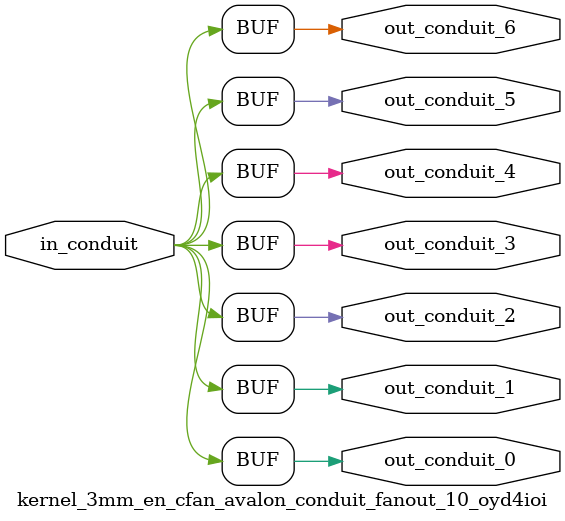
<source format=sv>


 


// --------------------------------------------------------------------------------
//| Avalon Conduit Fan-Out
// --------------------------------------------------------------------------------

// ------------------------------------------
// Generation parameters:
//   output_name:       kernel_3mm_en_cfan_avalon_conduit_fanout_10_oyd4ioi
//   numFanOut:         7
//   
// ------------------------------------------

module kernel_3mm_en_cfan_avalon_conduit_fanout_10_oyd4ioi (     

// Interface: out_conduit_0
 output                    out_conduit_0,
// Interface: out_conduit_1
 output                    out_conduit_1,
// Interface: out_conduit_2
 output                    out_conduit_2,
// Interface: out_conduit_3
 output                    out_conduit_3,
// Interface: out_conduit_4
 output                    out_conduit_4,
// Interface: out_conduit_5
 output                    out_conduit_5,
// Interface: out_conduit_6
 output                    out_conduit_6,

// Interface: in_conduit
 input                   in_conduit

);

   assign  out_conduit_0 = in_conduit;
   assign  out_conduit_1 = in_conduit;
   assign  out_conduit_2 = in_conduit;
   assign  out_conduit_3 = in_conduit;
   assign  out_conduit_4 = in_conduit;
   assign  out_conduit_5 = in_conduit;
   assign  out_conduit_6 = in_conduit;

endmodule //


</source>
